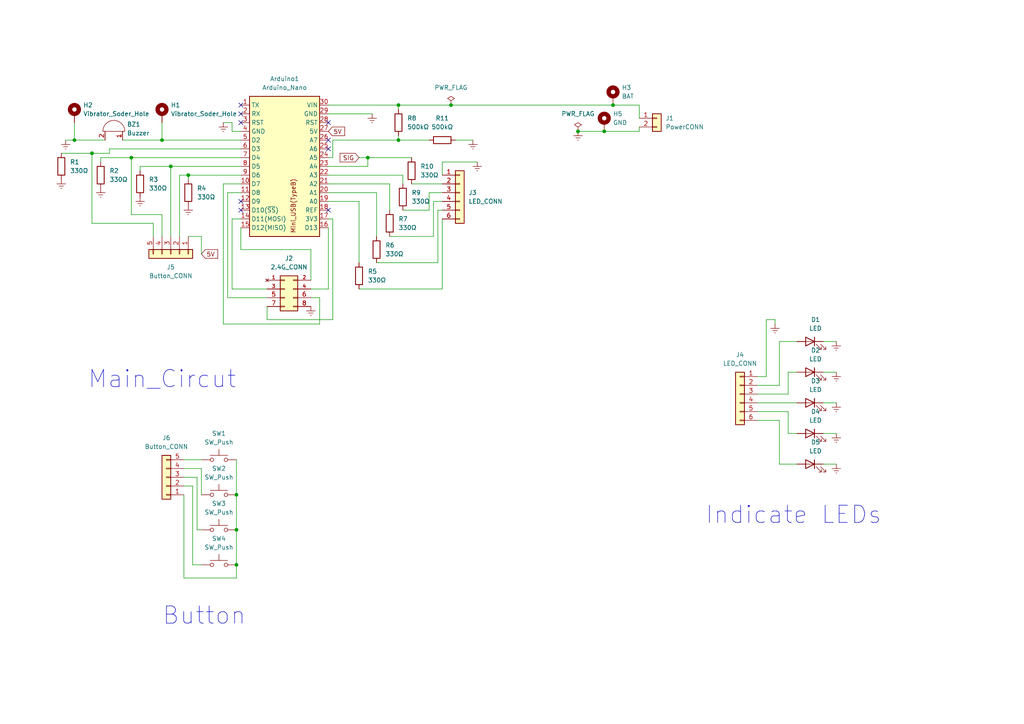
<source format=kicad_sch>
(kicad_sch (version 20211123) (generator eeschema)
  (paper "A4")
  (title_block (title "便攜式腳踏車燈中央控制器") (rev "V1.0"))
  (lib_symbols
    (symbol "Connector_Generic:Conn_01x02" (pin_names (offset 1.016) hide)
      (property "Reference" "J" (at 0 2.54 0))
      (property "Value" "Conn_01x02" (at 0 -5.08 0))
      (symbol "Conn_01x02_1_1"
        (rectangle (start -1.27 -2.413) (end 0 -2.667) (stroke (width 0.1524)))
        (rectangle (start -1.27 0.127) (end 0 -0.127) (stroke (width 0.1524)))
        (rectangle (start -1.27 1.27) (end 1.27 -3.81) (stroke (width 0.254)) (fill (type background)))
        (pin passive line (at -5.08 0 0) (length 3.81) (name "Pin_1") (number "1"))
        (pin passive line (at -5.08 -2.54 0) (length 3.81) (name "Pin_2") (number "2"))
      )
    )
    (symbol "Connector_Generic:Conn_01x05" (pin_names (offset 1.016) hide)
      (property "Reference" "J" (at 0 7.62 0))
      (property "Value" "Conn_01x05" (at 0 -7.62 0))
      (symbol "Conn_01x05_1_1"
        (rectangle (start -1.27 -4.953) (end 0 -5.207) (stroke (width 0.1524)))
        (rectangle (start -1.27 -2.413) (end 0 -2.667) (stroke (width 0.1524)))
        (rectangle (start -1.27 0.127) (end 0 -0.127) (stroke (width 0.1524)))
        (rectangle (start -1.27 2.667) (end 0 2.413) (stroke (width 0.1524)))
        (rectangle (start -1.27 5.207) (end 0 4.953) (stroke (width 0.1524)))
        (rectangle (start -1.27 6.35) (end 1.27 -6.35) (stroke (width 0.254)) (fill (type background)))
        (pin passive line (at -5.08 5.08 0) (length 3.81) (name "Pin_1") (number "1"))
        (pin passive line (at -5.08 2.54 0) (length 3.81) (name "Pin_2") (number "2"))
        (pin passive line (at -5.08 0 0) (length 3.81) (name "Pin_3") (number "3"))
        (pin passive line (at -5.08 -2.54 0) (length 3.81) (name "Pin_4") (number "4"))
        (pin passive line (at -5.08 -5.08 0) (length 3.81) (name "Pin_5") (number "5"))
      )
    )
    (symbol "Connector_Generic:Conn_01x06" (pin_names (offset 1.016) hide)
      (property "Reference" "J" (at 0 7.62 0))
      (property "Value" "Conn_01x06" (at 0 -10.16 0))
      (symbol "Conn_01x06_1_1"
        (rectangle (start -1.27 -7.493) (end 0 -7.747) (stroke (width 0.1524)))
        (rectangle (start -1.27 -4.953) (end 0 -5.207) (stroke (width 0.1524)))
        (rectangle (start -1.27 -2.413) (end 0 -2.667) (stroke (width 0.1524)))
        (rectangle (start -1.27 0.127) (end 0 -0.127) (stroke (width 0.1524)))
        (rectangle (start -1.27 2.667) (end 0 2.413) (stroke (width 0.1524)))
        (rectangle (start -1.27 5.207) (end 0 4.953) (stroke (width 0.1524)))
        (rectangle (start -1.27 6.35) (end 1.27 -8.89) (stroke (width 0.254)) (fill (type background)))
        (pin passive line (at -5.08 5.08 0) (length 3.81) (name "Pin_1") (number "1"))
        (pin passive line (at -5.08 2.54 0) (length 3.81) (name "Pin_2") (number "2"))
        (pin passive line (at -5.08 0 0) (length 3.81) (name "Pin_3") (number "3"))
        (pin passive line (at -5.08 -2.54 0) (length 3.81) (name "Pin_4") (number "4"))
        (pin passive line (at -5.08 -5.08 0) (length 3.81) (name "Pin_5") (number "5"))
        (pin passive line (at -5.08 -7.62 0) (length 3.81) (name "Pin_6") (number "6"))
      )
    )
    (symbol "Connector_Generic_MountingPin:2.4G_CONN" (pin_names (offset 1.016) hide)
      (property "Reference" "J2" (at 1.27 8.89 0))
      (property "Value" "2.4G_CONN" (at 1.27 6.35 0))
      (symbol "2.4G_CONN_1_1"
        (rectangle (start -1.27 -4.953) (end 0 -5.207) (stroke (width 0.1524)))
        (rectangle (start -1.27 -2.413) (end 0 -2.667) (stroke (width 0.1524)))
        (rectangle (start -1.27 0.127) (end 0 -0.127) (stroke (width 0.1524)))
        (rectangle (start -1.27 2.667) (end 0 2.413) (stroke (width 0.1524)))
        (rectangle (start -1.27 3.81) (end 3.81 -6.35) (stroke (width 0.254)) (fill (type background)))
        (rectangle (start 3.81 -4.953) (end 2.54 -5.207) (stroke (width 0.1524)))
        (rectangle (start 3.81 -2.413) (end 2.54 -2.667) (stroke (width 0.1524)))
        (rectangle (start 3.81 0.127) (end 2.54 -0.127) (stroke (width 0.1524)))
        (rectangle (start 3.81 2.667) (end 2.54 2.413) (stroke (width 0.1524)))
        (pin no_connect line (at -5.08 2.54 0) (length 3.81) (name "EMPTY") (number "1"))
        (pin passive line (at 7.62 2.54 180) (length 3.81) (name "MISO") (number "2"))
        (pin passive line (at -5.08 0 0) (length 3.81) (name "MOSI") (number "3"))
        (pin passive line (at 7.62 0 180) (length 3.81) (name "SCLK") (number "4"))
        (pin passive line (at -5.08 -2.54 0) (length 3.81) (name "CSN") (number "5"))
        (pin passive line (at 7.62 -2.54 180) (length 3.81) (name "CE") (number "6"))
        (pin passive line (at -5.08 -5.08 0) (length 3.81) (name "VCC") (number "7"))
        (pin passive line (at 7.62 -5.08 180) (length 3.81) (name "GND") (number "8"))
      )
    )
    (symbol "Device:Buzzer" (pin_names (offset 0.0254) hide)
      (property "Reference" "BZ" (at 3.81 1.27 0))
      (property "Value" "Buzzer" (at 3.81 -1.27 0))
      (symbol "Buzzer_0_1"
        (arc (start 0 -3.175) (mid 3.175 0) (end 0 3.175))
        (polyline (pts (xy -1.651 1.905) (xy -1.143 1.905)))
        (polyline (pts (xy -1.397 2.159) (xy -1.397 1.651)))
        (polyline (pts (xy 0 3.175) (xy 0 -3.175)))
      )
      (symbol "Buzzer_1_1"
        (pin passive line (at -2.54 2.54 0) (length 2.54) (name "-") (number "1"))
        (pin passive line (at -2.54 -2.54 0) (length 2.54) (name "+") (number "2"))
      )
    )
    (symbol "Device:LED" (pin_numbers hide) (pin_names (offset 1.016) hide)
      (property "Reference" "D" (at 0 2.54 0))
      (property "Value" "LED" (at 0 -2.54 0))
      (symbol "LED_0_1"
        (polyline (pts (xy -1.27 -1.27) (xy -1.27 1.27)) (stroke (width 0.254)))
        (polyline (pts (xy -1.27 0) (xy 1.27 0)))
        (polyline (pts (xy 1.27 -1.27) (xy 1.27 1.27) (xy -1.27 0) (xy 1.27 -1.27)) (stroke (width 0.254)))
        (polyline (pts (xy -3.048 -0.762) (xy -4.572 -2.286) (xy -3.81 -2.286) (xy -4.572 -2.286) (xy -4.572 -1.524)))
        (polyline (pts (xy -1.778 -0.762) (xy -3.302 -2.286) (xy -2.54 -2.286) (xy -3.302 -2.286) (xy -3.302 -1.524)))
      )
      (symbol "LED_1_1"
        (pin passive line (at -3.81 0 0) (length 2.54) (name "K") (number "1"))
        (pin passive line (at 3.81 0 180) (length 2.54) (name "A") (number "2"))
      )
    )
    (symbol "Device:R" (pin_numbers hide) (pin_names (offset 0))
      (property "Reference" "R" (at 2.032 0 90))
      (property "Value" "R" (at 0 0 90))
      (symbol "R_0_1"
        (rectangle (start -1.016 -2.54) (end 1.016 2.54) (stroke (width 0.254)))
      )
      (symbol "R_1_1"
        (pin passive line (at 0 3.81 270) (length 1.27) (name "~") (number "1"))
        (pin passive line (at 0 -3.81 90) (length 1.27) (name "~") (number "2"))
      )
    )
    (symbol "MCU_Module:Arduino_Nano"
      (property "Reference" "Arduino1" (at 0 26.67 0))
      (property "Value" "Arduino_Nano" (at 0 24.13 0))
      (symbol "Arduino_Nano_0_0"
        (text "Mini_USB(TypeB)" (at 2.54 -10.16 900) (effects (font (size 1.27 1.27))))
      )
      (symbol "Arduino_Nano_0_1"
        (rectangle (start -10.16 21.59) (end 10.16 -19.05) (stroke (width 0.254)) (fill (type background)))
      )
      (symbol "Arduino_Nano_1_1"
        (pin input line (at -12.7 19.05 0) (length 2.54) (name "TX") (number "1"))
        (pin bidirectional line (at -12.7 -3.81 0) (length 2.54) (name "D7") (number "10"))
        (pin bidirectional line (at -12.7 -6.35 0) (length 2.54) (name "D8") (number "11"))
        (pin bidirectional line (at -12.7 -8.89 0) (length 2.54) (name "D9") (number "12"))
        (pin bidirectional line (at -12.7 -11.43 0) (length 2.54) (name "D10(~{SS})") (number "13"))
        (pin bidirectional line (at -12.7 -13.97 0) (length 2.54) (name "D11(MOSI)") (number "14"))
        (pin bidirectional line (at -12.7 -16.51 0) (length 2.54) (name "D12(MISO)") (number "15"))
        (pin bidirectional line (at 12.7 -16.51 180) (length 2.54) (name "D13") (number "16"))
        (pin bidirectional line (at 12.7 -13.97 180) (length 2.54) (name "3V3") (number "17"))
        (pin bidirectional line (at 12.7 -11.43 180) (length 2.54) (name "REF") (number "18"))
        (pin bidirectional line (at 12.7 -8.89 180) (length 2.54) (name "A0") (number "19"))
        (pin output line (at -12.7 16.51 0) (length 2.54) (name "RX") (number "2"))
        (pin bidirectional line (at 12.7 -6.35 180) (length 2.54) (name "A1") (number "20"))
        (pin bidirectional line (at 12.7 -3.81 180) (length 2.54) (name "A2") (number "21"))
        (pin bidirectional line (at 12.7 -1.27 180) (length 2.54) (name "A3") (number "22"))
        (pin bidirectional line (at 12.7 1.27 180) (length 2.54) (name "A4") (number "23"))
        (pin bidirectional line (at 12.7 3.81 180) (length 2.54) (name "A5") (number "24"))
        (pin bidirectional line (at 12.7 6.35 180) (length 2.54) (name "A6") (number "25"))
        (pin bidirectional line (at 12.7 8.89 180) (length 2.54) (name "A7") (number "26"))
        (pin bidirectional line (at 12.7 11.43 180) (length 2.54) (name "5V") (number "27"))
        (pin input line (at 12.7 13.97 180) (length 2.54) (name "RST") (number "28"))
        (pin input line (at 12.7 16.51 180) (length 2.54) (name "GND") (number "29"))
        (pin bidirectional line (at -12.7 13.97 0) (length 2.54) (name "RST") (number "3"))
        (pin input line (at 12.7 19.05 180) (length 2.54) (name "VIN") (number "30"))
        (pin bidirectional line (at -12.7 11.43 0) (length 2.54) (name "GND") (number "4"))
        (pin bidirectional line (at -12.7 8.89 0) (length 2.54) (name "D2") (number "5"))
        (pin bidirectional line (at -12.7 6.35 0) (length 2.54) (name "D3") (number "6"))
        (pin bidirectional line (at -12.7 3.81 0) (length 2.54) (name "D4") (number "7"))
        (pin bidirectional line (at -12.7 1.27 0) (length 2.54) (name "D5") (number "8"))
        (pin bidirectional line (at -12.7 -1.27 0) (length 2.54) (name "D6") (number "9"))
      )
    )
    (symbol "Mechanical:MountingHole_Pad" (pin_numbers hide) (pin_names (offset 1.016) hide)
      (property "Reference" "H" (at 0 6.35 0))
      (property "Value" "MountingHole_Pad" (at 0 4.445 0))
      (symbol "MountingHole_Pad_0_1"
        (circle (center 0 1.27) (radius 1.27) (stroke (width 1.27)))
      )
      (symbol "MountingHole_Pad_1_1"
        (pin input line (at 0 -2.54 90) (length 2.54) (name "1") (number "1"))
      )
    )
    (symbol "Switch:SW_Push" (pin_numbers hide) (pin_names (offset 1.016) hide)
      (property "Reference" "SW" (at 1.27 2.54 0))
      (property "Value" "SW_Push" (at 0 -1.524 0))
      (symbol "SW_Push_0_1"
        (circle (center -2.032 0) (radius 0.508))
        (polyline (pts (xy 0 1.27) (xy 0 3.048)))
        (polyline (pts (xy 2.54 1.27) (xy -2.54 1.27)))
        (circle (center 2.032 0) (radius 0.508))
        (pin passive line (at -5.08 0 0) (length 2.54) (name "1") (number "1"))
        (pin passive line (at 5.08 0 180) (length 2.54) (name "2") (number "2"))
      )
    )
    (symbol "power:Earth" (power) (pin_names (offset 0))
      (symbol "Earth_0_1"
        (polyline (pts (xy -0.635 -1.905) (xy 0.635 -1.905)))
        (polyline (pts (xy -0.127 -2.54) (xy 0.127 -2.54)))
        (polyline (pts (xy 0 -1.27) (xy 0 0)))
        (polyline (pts (xy 1.27 -1.27) (xy -1.27 -1.27)))
      )
      (symbol "Earth_1_1"
        (pin power_in line (at 0 0 270) (length 0) hide (name "Earth") (number "1"))
      )
    )
    (symbol "power:PWR_FLAG" (power) (pin_numbers hide) (pin_names (offset 0) hide)
      (property "Value" "PWR_FLAG" (at 0 3.81 0))
      (symbol "PWR_FLAG_0_0"
        (pin power_out line (at 0 0 90) (length 0) (name "pwr") (number "1"))
      )
      (symbol "PWR_FLAG_0_1"
        (polyline (pts (xy 0 0) (xy 0 1.27) (xy -1.016 1.905) (xy 0 2.54) (xy 1.016 1.905) (xy 0 1.27)))
      )
    )
  )
  (junction (at 130.81 30.48))
  (junction (at 177.8 30.48))
  (junction (at 21.59 40.64))
  (junction (at 167.64 38.1))
  (junction (at 68.58 143.51))
  (junction (at 38.1 45.72))
  (junction (at 175.26 38.1))
  (junction (at 68.58 163.83))
  (junction (at 115.57 40.64))
  (junction (at 54.61 50.8))
  (junction (at 26.67 44.45))
  (junction (at 49.53 48.26))
  (junction (at 106.68 45.72))
  (junction (at 46.99 40.64))
  (junction (at 115.57 30.48))
  (junction (at 68.58 153.67))
  (no_connect (at 69.85 60.96))
  (no_connect (at 69.85 58.42))
  (no_connect (at 69.85 30.48))
  (no_connect (at 69.85 33.02))
  (no_connect (at 69.85 35.56))
  (no_connect (at 95.25 35.56))
  (no_connect (at 95.25 40.64))
  (no_connect (at 95.25 43.18))
  (no_connect (at 95.25 60.96))
  (wire (pts (xy 95.25 33.02) (xy 107.95 33.02)))
  (wire (pts (xy 77.47 92.71) (xy 96.52 92.71)))
  (wire (pts (xy 119.38 53.34) (xy 128.27 53.34)))
  (wire (pts (xy 54.61 50.8) (xy 54.61 52.07)))
  (wire (pts (xy 115.57 40.64) (xy 124.46 40.64)))
  (wire (pts (xy 96.52 40.64) (xy 115.57 40.64)))
  (wire (pts (xy 40.64 48.26) (xy 49.53 48.26)))
  (wire (pts (xy 106.68 45.72) (xy 106.68 48.26)))
  (wire (pts (xy 67.31 38.1) (xy 67.31 35.56)))
  (wire (pts (xy 40.64 48.26) (xy 40.64 49.53)))
  (wire (pts (xy 38.1 45.72) (xy 38.1 62.23)))
  (wire (pts (xy 95.25 55.88) (xy 109.22 55.88)))
  (wire (pts (xy 26.67 44.45) (xy 26.67 64.77)))
  (wire (pts (xy 19.05 40.64) (xy 21.59 40.64)))
  (wire (pts (xy 226.06 99.06) (xy 226.06 111.76)))
  (wire (pts (xy 64.77 53.34) (xy 64.77 93.98)))
  (wire (pts (xy 115.57 39.37) (xy 115.57 40.64)))
  (wire (pts (xy 95.25 45.72) (xy 96.52 45.72)))
  (wire (pts (xy 95.25 83.82) (xy 90.17 83.82)))
  (wire (pts (xy 52.07 50.8) (xy 54.61 50.8)))
  (wire (pts (xy 226.06 121.92) (xy 226.06 134.62)))
  (wire (pts (xy 219.71 111.76) (xy 226.06 111.76)))
  (wire (pts (xy 128.27 50.8) (xy 128.27 46.99)))
  (wire (pts (xy 96.52 63.5) (xy 96.52 92.71)))
  (wire (pts (xy 68.58 163.83) (xy 68.58 167.64)))
  (wire (pts (xy 53.34 135.89) (xy 58.42 135.89)))
  (wire (pts (xy 26.67 64.77) (xy 44.45 64.77)))
  (wire (pts (xy 64.77 93.98) (xy 92.71 93.98)))
  (wire (pts (xy 53.34 133.35) (xy 58.42 133.35)))
  (wire (pts (xy 38.1 62.23) (xy 46.99 62.23)))
  (wire (pts (xy 238.76 99.06) (xy 242.57 99.06)))
  (wire (pts (xy 219.71 109.22) (xy 222.25 109.22)))
  (wire (pts (xy 222.25 109.22) (xy 222.25 92.71)))
  (wire (pts (xy 35.56 40.64) (xy 46.99 40.64)))
  (wire (pts (xy 52.07 68.58) (xy 52.07 50.8)))
  (wire (pts (xy 109.22 55.88) (xy 109.22 68.58)))
  (wire (pts (xy 238.76 116.84) (xy 242.57 116.84)))
  (wire (pts (xy 224.79 92.71) (xy 224.79 93.98)))
  (wire (pts (xy 38.1 45.72) (xy 69.85 45.72)))
  (wire (pts (xy 95.25 50.8) (xy 116.84 50.8)))
  (wire (pts (xy 125.73 58.42) (xy 128.27 58.42)))
  (wire (pts (xy 95.25 66.04) (xy 95.25 83.82)))
  (wire (pts (xy 175.26 38.1) (xy 185.42 38.1)))
  (wire (pts (xy 69.85 38.1) (xy 67.31 38.1)))
  (wire (pts (xy 58.42 135.89) (xy 58.42 143.51)))
  (wire (pts (xy 119.38 45.72) (xy 106.68 45.72)))
  (wire (pts (xy 226.06 134.62) (xy 231.14 134.62)))
  (wire (pts (xy 49.53 48.26) (xy 49.53 68.58)))
  (wire (pts (xy 124.46 60.96) (xy 124.46 55.88)))
  (wire (pts (xy 219.71 116.84) (xy 231.14 116.84)))
  (wire (pts (xy 66.04 55.88) (xy 66.04 86.36)))
  (wire (pts (xy 231.14 99.06) (xy 226.06 99.06)))
  (wire (pts (xy 124.46 55.88) (xy 128.27 55.88)))
  (wire (pts (xy 238.76 107.95) (xy 242.57 107.95)))
  (wire (pts (xy 49.53 48.26) (xy 69.85 48.26)))
  (wire (pts (xy 219.71 121.92) (xy 226.06 121.92)))
  (wire (pts (xy 177.8 30.48) (xy 185.42 30.48)))
  (wire (pts (xy 127 60.96) (xy 128.27 60.96)))
  (wire (pts (xy 95.25 30.48) (xy 115.57 30.48)))
  (wire (pts (xy 55.88 163.83) (xy 58.42 163.83)))
  (wire (pts (xy 185.42 38.1) (xy 185.42 36.83)))
  (wire (pts (xy 58.42 68.58) (xy 58.42 73.66)))
  (wire (pts (xy 228.6 114.3) (xy 228.6 107.95)))
  (wire (pts (xy 46.99 40.64) (xy 69.85 40.64)))
  (wire (pts (xy 26.67 44.45) (xy 31.75 44.45)))
  (wire (pts (xy 68.58 143.51) (xy 68.58 153.67)))
  (wire (pts (xy 238.76 134.62) (xy 242.57 134.62)))
  (wire (pts (xy 128.27 83.82) (xy 128.27 63.5)))
  (wire (pts (xy 116.84 60.96) (xy 124.46 60.96)))
  (wire (pts (xy 31.75 43.18) (xy 69.85 43.18)))
  (wire (pts (xy 64.77 35.56) (xy 67.31 35.56)))
  (wire (pts (xy 104.14 45.72) (xy 106.68 45.72)))
  (wire (pts (xy 96.52 45.72) (xy 96.52 40.64)))
  (wire (pts (xy 228.6 107.95) (xy 231.14 107.95)))
  (wire (pts (xy 185.42 30.48) (xy 185.42 34.29)))
  (wire (pts (xy 228.6 119.38) (xy 228.6 125.73)))
  (wire (pts (xy 53.34 167.64) (xy 68.58 167.64)))
  (wire (pts (xy 66.04 86.36) (xy 77.47 86.36)))
  (wire (pts (xy 29.21 45.72) (xy 29.21 46.99)))
  (wire (pts (xy 55.88 140.97) (xy 55.88 163.83)))
  (wire (pts (xy 69.85 63.5) (xy 67.31 63.5)))
  (wire (pts (xy 69.85 55.88) (xy 66.04 55.88)))
  (wire (pts (xy 31.75 44.45) (xy 31.75 43.18)))
  (wire (pts (xy 228.6 125.73) (xy 231.14 125.73)))
  (wire (pts (xy 53.34 143.51) (xy 53.34 167.64)))
  (wire (pts (xy 54.61 68.58) (xy 58.42 68.58)))
  (wire (pts (xy 53.34 138.43) (xy 57.15 138.43)))
  (wire (pts (xy 130.81 30.48) (xy 177.8 30.48)))
  (wire (pts (xy 95.25 58.42) (xy 104.14 58.42)))
  (wire (pts (xy 57.15 153.67) (xy 58.42 153.67)))
  (wire (pts (xy 69.85 66.04) (xy 69.85 72.39)))
  (wire (pts (xy 115.57 30.48) (xy 115.57 31.75)))
  (wire (pts (xy 69.85 53.34) (xy 64.77 53.34)))
  (wire (pts (xy 128.27 46.99) (xy 138.43 46.99)))
  (wire (pts (xy 44.45 64.77) (xy 44.45 68.58)))
  (wire (pts (xy 115.57 30.48) (xy 130.81 30.48)))
  (wire (pts (xy 90.17 86.36) (xy 92.71 86.36)))
  (wire (pts (xy 137.16 40.64) (xy 132.08 40.64)))
  (wire (pts (xy 29.21 45.72) (xy 38.1 45.72)))
  (wire (pts (xy 116.84 50.8) (xy 116.84 53.34)))
  (wire (pts (xy 167.64 38.1) (xy 175.26 38.1)))
  (wire (pts (xy 238.76 125.73) (xy 242.57 125.73)))
  (wire (pts (xy 106.68 48.26) (xy 95.25 48.26)))
  (wire (pts (xy 219.71 119.38) (xy 228.6 119.38)))
  (wire (pts (xy 77.47 88.9) (xy 77.47 92.71)))
  (wire (pts (xy 90.17 72.39) (xy 90.17 81.28)))
  (wire (pts (xy 219.71 114.3) (xy 228.6 114.3)))
  (wire (pts (xy 67.31 63.5) (xy 67.31 83.82)))
  (wire (pts (xy 95.25 53.34) (xy 113.03 53.34)))
  (wire (pts (xy 67.31 83.82) (xy 77.47 83.82)))
  (wire (pts (xy 127 60.96) (xy 127 76.2)))
  (wire (pts (xy 69.85 72.39) (xy 90.17 72.39)))
  (wire (pts (xy 125.73 68.58) (xy 125.73 58.42)))
  (wire (pts (xy 127 76.2) (xy 109.22 76.2)))
  (wire (pts (xy 68.58 133.35) (xy 68.58 143.51)))
  (wire (pts (xy 57.15 138.43) (xy 57.15 153.67)))
  (wire (pts (xy 113.03 68.58) (xy 125.73 68.58)))
  (wire (pts (xy 104.14 83.82) (xy 128.27 83.82)))
  (wire (pts (xy 104.14 58.42) (xy 104.14 76.2)))
  (wire (pts (xy 222.25 92.71) (xy 224.79 92.71)))
  (wire (pts (xy 54.61 50.8) (xy 69.85 50.8)))
  (wire (pts (xy 92.71 93.98) (xy 92.71 86.36)))
  (wire (pts (xy 113.03 53.34) (xy 113.03 60.96)))
  (wire (pts (xy 68.58 153.67) (xy 68.58 163.83)))
  (wire (pts (xy 17.78 44.45) (xy 26.67 44.45)))
  (wire (pts (xy 21.59 35.56) (xy 21.59 40.64)))
  (wire (pts (xy 46.99 35.56) (xy 46.99 40.64)))
  (wire (pts (xy 53.34 140.97) (xy 55.88 140.97)))
  (wire (pts (xy 95.25 63.5) (xy 96.52 63.5)))
  (wire (pts (xy 46.99 62.23) (xy 46.99 68.58)))
  (wire (pts (xy 21.59 40.64) (xy 30.48 40.64)))
  (text "Indicate LEDs" (at 204.47 152.4 0) (effects (font (size 5 5)) (justify left bottom)))
  (text "Button\n" (at 46.99 181.61 0) (effects (font (size 5 5)) (justify left bottom)))
  (text "Main_Circut\n" (at 25.4 113.03 0) (effects (font (size 5 5)) (justify left bottom)))
  (global_label "5V" (shape input) (at 58.42 73.66 0) (property "Intersheet References" "${INTERSHEET_REFS}" (effects hide)))
  (global_label "SIG" (shape input) (at 104.14 45.72 180) (property "Intersheet References" "${INTERSHEET_REFS}" (effects hide)))
  (global_label "5V" (shape input) (at 95.25 38.1 0) (property "Intersheet References" "${INTERSHEET_REFS}" (effects hide)))
  (symbol (lib_id "power:Earth") (at 167.64 38.1 0) (unit 1)
    (property "Reference" "#PWR017" (effects hide))
    (property "Value" "Earth" (effects hide))
  )
  (symbol (lib_id "power:Earth") (at 242.57 125.73 0) (unit 1)
    (property "Reference" "#PWR015" (effects hide))
    (property "Value" "Earth" (effects hide))
  )
  (symbol (lib_id "Connector_Generic:Conn_01x02") (at 190.5 34.29 0) (unit 1)
    (property "Reference" "J1" (at 193.04 34.2899 0) (effects (justify left)))
    (property "Value" "PowerCONN" (at 193.04 36.8299 0) (effects (justify left)))
  )
  (symbol (lib_id "Mechanical:MountingHole_Pad") (at 46.99 33.02 0) (unit 1)
    (property "Reference" "H1" (at 49.53 30.4799 0) (effects (justify left)))
    (property "Value" "Vibrator_Soder_Hole" (at 49.53 33.0199 0) (effects (justify left)))
    (property "Footprint" "TestPoint:TestPoint_Pad_D2.5mm" (effects hide))
  )
  (symbol (lib_id "power:Earth") (at 29.21 54.61 0) (unit 1)
    (property "Reference" "#PWR03" (effects hide))
    (property "Value" "Earth" (effects hide))
  )
  (symbol (lib_id "Connector_Generic:Conn_01x06") (at 214.63 114.3 0) (mirror y) (unit 1)
    (property "Reference" "J4" (at 214.63 102.87 0))
    (property "Value" "LED_CONN" (at 214.63 105.41 0))
    (property "Footprint" "Connector_PinHeader_2.54mm:PinHeader_1x06_P2.54mm_Vertical" (effects hide))
  )
  (symbol (lib_id "Switch:SW_Push") (at 63.5 133.35 0) (unit 1)
    (property "Reference" "SW1" (at 63.5 125.73 0))
    (property "Value" "SW_Push" (at 63.5 128.27 0))
    (property "Footprint" "Connector_PinHeader_2.54mm:PinHeader_1x02_P2.54mm_Vertical" (effects hide))
  )
  (symbol (lib_id "Device:R") (at 17.78 48.26 0) (unit 1)
    (property "Reference" "R1" (at 20.32 46.9899 0) (effects (justify left)))
    (property "Value" "330Ω" (at 20.32 49.5299 0) (effects (justify left)))
    (property "Footprint" "Resistor_SMD:R_1206_3216Metric_Pad1.30x1.75mm_HandSolder" (effects hide))
  )
  (symbol (lib_id "power:Earth") (at 64.77 35.56 0) (unit 1)
    (property "Reference" "#PWR0102" (effects hide))
    (property "Value" "Earth" (effects hide))
  )
  (symbol (lib_id "power:Earth") (at 19.05 40.64 0) (unit 1)
    (property "Reference" "#PWR01" (effects hide))
    (property "Value" "Earth" (effects hide))
  )
  (symbol (lib_id "Device:LED") (at 234.95 99.06 0) (mirror y) (unit 1)
    (property "Reference" "D1" (at 236.5375 92.71 0))
    (property "Value" "LED" (at 236.5375 95.25 0))
    (property "Footprint" "LED_THT:LED_D5.0mm" (effects hide))
  )
  (symbol (lib_id "Device:LED") (at 234.95 134.62 0) (mirror y) (unit 1)
    (property "Reference" "D5" (at 236.5375 128.27 0))
    (property "Value" "LED" (at 236.5375 130.81 0))
    (property "Footprint" "LED_THT:LED_D5.0mm" (effects hide))
  )
  (symbol (lib_id "power:Earth") (at 224.79 93.98 0) (unit 1)
    (property "Reference" "#PWR011" (effects hide))
    (property "Value" "Earth" (effects hide))
  )
  (symbol (lib_id "Switch:SW_Push") (at 63.5 143.51 0) (unit 1)
    (property "Reference" "SW2" (at 63.5 135.89 0))
    (property "Value" "SW_Push" (at 63.5 138.43 0))
    (property "Footprint" "Connector_PinHeader_2.54mm:PinHeader_1x02_P2.54mm_Vertical" (effects hide))
  )
  (symbol (lib_id "power:Earth") (at 40.64 57.15 0) (unit 1)
    (property "Reference" "#PWR04" (effects hide))
    (property "Value" "Earth" (effects hide))
  )
  (symbol (lib_id "Device:R") (at 115.57 35.56 0) (unit 1)
    (property "Reference" "R8" (at 118.11 34.2899 0) (effects (justify left)))
    (property "Value" "500kΩ" (at 118.11 36.8299 0) (effects (justify left)))
    (property "Footprint" "Resistor_SMD:R_1206_3216Metric_Pad1.30x1.75mm_HandSolder" (effects hide))
  )
  (symbol (lib_id "Connector_Generic:Conn_01x06") (at 133.35 55.88 0) (unit 1)
    (property "Reference" "J3" (at 135.89 55.8799 0) (effects (justify left)))
    (property "Value" "LED_CONN" (at 135.89 58.4199 0) (effects (justify left)))
    (property "Footprint" "Connector_PinHeader_2.54mm:PinHeader_1x06_P2.54mm_Vertical" (effects hide))
  )
  (symbol (lib_id "power:Earth") (at 242.57 107.95 0) (unit 1)
    (property "Reference" "#PWR013" (effects hide))
    (property "Value" "Earth" (effects hide))
  )
  (symbol (lib_id "MCU_Module:Arduino_Nano") (at 82.55 49.53 0) (unit 1)
    (property "Reference" "Arduino1" (at 82.55 22.86 0))
    (property "Value" "Arduino_Nano" (at 82.55 25.4 0))
    (property "Footprint" "Module:Arduino_Nano" (effects hide))
  )
  (symbol (lib_id "power:Earth") (at 107.95 33.02 0) (unit 1)
    (property "Reference" "#PWR06" (effects hide))
    (property "Value" "Earth" (effects hide))
  )
  (symbol (lib_id "power:Earth") (at 137.16 40.64 0) (unit 1)
    (property "Reference" "#PWR018" (effects hide))
    (property "Value" "Earth" (effects hide))
  )
  (symbol (lib_id "power:PWR_FLAG") (at 167.64 38.1 0) (unit 1)
    (property "Reference" "#FLG01" (effects hide))
    (property "Value" "PWR_FLAG" (at 167.64 33.02 0))
  )
  (symbol (lib_id "power:Earth") (at 138.43 46.99 0) (unit 1)
    (property "Reference" "#PWR08" (effects hide))
    (property "Value" "Earth" (effects hide))
  )
  (symbol (lib_id "Switch:SW_Push") (at 63.5 153.67 0) (unit 1)
    (property "Reference" "SW3" (at 63.5 146.05 0))
    (property "Value" "SW_Push" (at 63.5 148.59 0))
    (property "Footprint" "Connector_PinHeader_2.54mm:PinHeader_1x02_P2.54mm_Vertical" (effects hide))
  )
  (symbol (lib_id "Device:LED") (at 234.95 116.84 0) (mirror y) (unit 1)
    (property "Reference" "D3" (at 236.5375 110.49 0))
    (property "Value" "LED" (at 236.5375 113.03 0))
    (property "Footprint" "LED_THT:LED_D5.0mm" (effects hide))
  )
  (symbol (lib_id "power:Earth") (at 242.57 134.62 0) (unit 1)
    (property "Reference" "#PWR016" (effects hide))
    (property "Value" "Earth" (effects hide))
  )
  (symbol (lib_id "Device:Buzzer") (at 33.02 38.1 270) (mirror x) (unit 1)
    (property "Reference" "BZ1" (at 36.83 36.0679 90) (effects (justify left)))
    (property "Value" "Buzzer" (at 36.83 38.6079 90) (effects (justify left)))
    (property "Footprint" "Buzzer_Beeper:Buzzer_12x9.5RM7.6" (effects hide))
  )
  (symbol (lib_id "power:Earth") (at 17.78 52.07 0) (unit 1)
    (property "Reference" "#PWR02" (effects hide))
    (property "Value" "Earth" (effects hide))
  )
  (symbol (lib_id "Device:R") (at 119.38 49.53 180) (unit 1)
    (property "Reference" "R10" (at 121.92 48.2599 0) (effects (justify right)))
    (property "Value" "330Ω" (at 121.92 50.7999 0) (effects (justify right)))
    (property "Footprint" "Resistor_SMD:R_1206_3216Metric_Pad1.30x1.75mm_HandSolder" (effects hide))
  )
  (symbol (lib_id "power:Earth") (at 242.57 116.84 0) (unit 1)
    (property "Reference" "#PWR014" (effects hide))
    (property "Value" "Earth" (effects hide))
  )
  (symbol (lib_id "Connector_Generic:Conn_01x05") (at 48.26 138.43 180) (unit 1)
    (property "Reference" "J6" (at 48.26 127 0))
    (property "Value" "Button_CONN" (at 48.26 129.54 0))
    (property "Footprint" "Connector_PinHeader_2.54mm:PinHeader_1x05_P2.54mm_Vertical" (effects hide))
  )
  (symbol (lib_id "Switch:SW_Push") (at 63.5 163.83 0) (unit 1)
    (property "Reference" "SW4" (at 63.5 156.21 0))
    (property "Value" "SW_Push" (at 63.5 158.75 0))
    (property "Footprint" "Connector_PinHeader_2.54mm:PinHeader_1x02_P2.54mm_Vertical" (effects hide))
  )
  (symbol (lib_id "Device:R") (at 116.84 57.15 0) (unit 1)
    (property "Reference" "R9" (at 119.38 55.8799 0) (effects (justify left)))
    (property "Value" "330Ω" (at 119.38 58.4199 0) (effects (justify left)))
    (property "Footprint" "Resistor_SMD:R_1206_3216Metric_Pad1.30x1.75mm_HandSolder" (effects hide))
  )
  (symbol (lib_id "Mechanical:MountingHole_Pad") (at 21.59 33.02 0) (unit 1)
    (property "Reference" "H2" (at 24.13 30.4799 0) (effects (justify left)))
    (property "Value" "Vibrator_Soder_Hole" (at 24.13 33.0199 0) (effects (justify left)))
    (property "Footprint" "TestPoint:TestPoint_Pad_D2.5mm" (effects hide))
  )
  (symbol (lib_id "power:Earth") (at 242.57 99.06 0) (unit 1)
    (property "Reference" "#PWR012" (effects hide))
    (property "Value" "Earth" (effects hide))
  )
  (symbol (lib_id "Connector_Generic_MountingPin:2.4G_CONN") (at 82.55 83.82 0) (unit 1)
    (property "Reference" "J2" (at 83.82 74.93 0))
    (property "Value" "2.4G_CONN" (at 83.82 77.47 0))
    (property "Footprint" "Connector_PinHeader_2.54mm:PinHeader_2x04_P2.54mm_Vertical" (effects hide))
  )
  (symbol (lib_id "Device:LED") (at 234.95 125.73 0) (mirror y) (unit 1)
    (property "Reference" "D4" (at 236.5375 119.38 0))
    (property "Value" "LED" (at 236.5375 121.92 0))
    (property "Footprint" "LED_THT:LED_D5.0mm" (effects hide))
  )
  (symbol (lib_id "Device:LED") (at 234.95 107.95 0) (mirror y) (unit 1)
    (property "Reference" "D2" (at 236.5375 101.6 0))
    (property "Value" "LED" (at 236.5375 104.14 0))
    (property "Footprint" "LED_THT:LED_D5.0mm" (effects hide))
  )
  (symbol (lib_id "Device:R") (at 40.64 53.34 0) (unit 1)
    (property "Reference" "R3" (at 43.18 52.0699 0) (effects (justify left)))
    (property "Value" "330Ω" (at 43.18 54.6099 0) (effects (justify left)))
    (property "Footprint" "Resistor_SMD:R_1206_3216Metric_Pad1.30x1.75mm_HandSolder" (effects hide))
  )
  (symbol (lib_id "Device:R") (at 113.03 64.77 0) (unit 1)
    (property "Reference" "R7" (at 115.57 63.4999 0) (effects (justify left)))
    (property "Value" "330Ω" (at 115.57 66.0399 0) (effects (justify left)))
    (property "Footprint" "Resistor_SMD:R_1206_3216Metric_Pad1.30x1.75mm_HandSolder" (effects hide))
  )
  (symbol (lib_id "Device:R") (at 109.22 72.39 180) (unit 1)
    (property "Reference" "R6" (at 111.76 71.1199 0) (effects (justify right)))
    (property "Value" "330Ω" (at 111.76 73.6599 0) (effects (justify right)))
    (property "Footprint" "Resistor_SMD:R_1206_3216Metric_Pad1.30x1.75mm_HandSolder" (effects hide))
  )
  (symbol (lib_id "Device:R") (at 54.61 55.88 0) (unit 1)
    (property "Reference" "R4" (at 57.15 54.6099 0) (effects (justify left)))
    (property "Value" "330Ω" (at 57.15 57.1499 0) (effects (justify left)))
    (property "Footprint" "Resistor_SMD:R_1206_3216Metric_Pad1.30x1.75mm_HandSolder" (effects hide))
  )
  (symbol (lib_id "Device:R") (at 128.27 40.64 90) (unit 1)
    (property "Reference" "R11" (at 128.27 34.29 90))
    (property "Value" "500kΩ" (at 128.27 36.83 90))
    (property "Footprint" "Resistor_SMD:R_1206_3216Metric_Pad1.30x1.75mm_HandSolder" (effects hide))
  )
  (symbol (lib_id "power:Earth") (at 90.17 88.9 0) (unit 1)
    (property "Reference" "#PWR07" (effects hide))
    (property "Value" "Earth" (effects hide))
  )
  (symbol (lib_id "power:Earth") (at 54.61 59.69 0) (unit 1)
    (property "Reference" "#PWR05" (effects hide))
    (property "Value" "Earth" (effects hide))
  )
  (symbol (lib_id "Device:R") (at 104.14 80.01 180) (unit 1)
    (property "Reference" "R5" (at 106.68 78.7399 0) (effects (justify right)))
    (property "Value" "330Ω" (at 106.68 81.2799 0) (effects (justify right)))
    (property "Footprint" "Resistor_SMD:R_1206_3216Metric_Pad1.30x1.75mm_HandSolder" (effects hide))
  )
  (symbol (lib_id "Connector_Generic:Conn_01x05") (at 49.53 73.66 270) (unit 1)
    (property "Reference" "J5" (at 49.53 77.47 90))
    (property "Value" "Button_CONN" (at 49.53 80.01 90))
    (property "Footprint" "Connector_PinHeader_2.54mm:PinHeader_1x05_P2.54mm_Vertical" (effects hide))
  )
  (symbol (lib_id "Mechanical:MountingHole_Pad") (at 177.8 27.94 0) (unit 1)
    (property "Reference" "H3" (at 180.34 25.3999 0) (effects (justify left)))
    (property "Value" "BAT" (at 180.34 27.9399 0) (effects (justify left)))
    (property "Footprint" "TestPoint:TestPoint_Pad_D3.0mm" (effects hide))
  )
  (symbol (lib_id "power:PWR_FLAG") (at 130.81 30.48 0) (unit 1)
    (property "Reference" "#FLG0101" (effects hide))
    (property "Value" "PWR_FLAG" (at 130.81 25.4 0))
  )
  (symbol (lib_id "Mechanical:MountingHole_Pad") (at 175.26 35.56 0) (unit 1)
    (property "Reference" "H5" (at 177.8 33.0199 0) (effects (justify left)))
    (property "Value" "GND" (at 177.8 35.5599 0) (effects (justify left)))
    (property "Footprint" "TestPoint:TestPoint_Pad_D3.0mm" (effects hide))
  )
  (symbol (lib_id "Device:R") (at 29.21 50.8 0) (unit 1)
    (property "Reference" "R2" (at 31.75 49.5299 0) (effects (justify left)))
    (property "Value" "330Ω" (at 31.75 52.0699 0) (effects (justify left)))
    (property "Footprint" "Resistor_SMD:R_1206_3216Metric_Pad1.30x1.75mm_HandSolder" (effects hide))
  )
)
</source>
